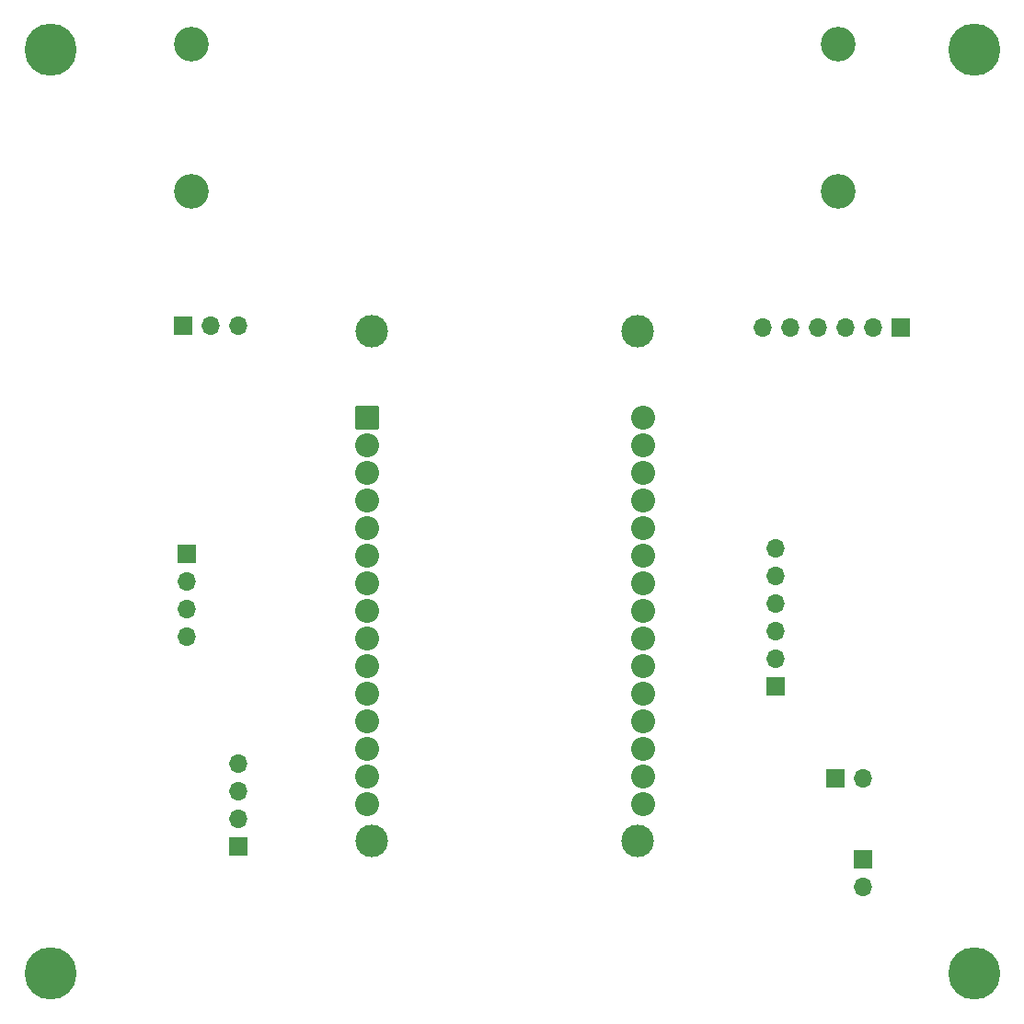
<source format=gbr>
%TF.GenerationSoftware,KiCad,Pcbnew,8.0.1*%
%TF.CreationDate,2024-04-16T10:16:22-05:00*%
%TF.ProjectId,DAQ-Bicineta,4441512d-4269-4636-996e-6574612e6b69,rev?*%
%TF.SameCoordinates,Original*%
%TF.FileFunction,Soldermask,Bot*%
%TF.FilePolarity,Negative*%
%FSLAX46Y46*%
G04 Gerber Fmt 4.6, Leading zero omitted, Abs format (unit mm)*
G04 Created by KiCad (PCBNEW 8.0.1) date 2024-04-16 10:16:22*
%MOMM*%
%LPD*%
G01*
G04 APERTURE LIST*
G04 Aperture macros list*
%AMRoundRect*
0 Rectangle with rounded corners*
0 $1 Rounding radius*
0 $2 $3 $4 $5 $6 $7 $8 $9 X,Y pos of 4 corners*
0 Add a 4 corners polygon primitive as box body*
4,1,4,$2,$3,$4,$5,$6,$7,$8,$9,$2,$3,0*
0 Add four circle primitives for the rounded corners*
1,1,$1+$1,$2,$3*
1,1,$1+$1,$4,$5*
1,1,$1+$1,$6,$7*
1,1,$1+$1,$8,$9*
0 Add four rect primitives between the rounded corners*
20,1,$1+$1,$2,$3,$4,$5,0*
20,1,$1+$1,$4,$5,$6,$7,0*
20,1,$1+$1,$6,$7,$8,$9,0*
20,1,$1+$1,$8,$9,$2,$3,0*%
G04 Aperture macros list end*
%ADD10R,1.700000X1.700000*%
%ADD11O,1.700000X1.700000*%
%ADD12C,4.800000*%
%ADD13C,3.200000*%
%ADD14C,3.000000*%
%ADD15RoundRect,0.102000X-1.000000X-1.000000X1.000000X-1.000000X1.000000X1.000000X-1.000000X1.000000X0*%
%ADD16C,2.204000*%
G04 APERTURE END LIST*
D10*
%TO.C,R-150k*%
X179710000Y-124500000D03*
D11*
X182250000Y-124500000D03*
%TD*%
D10*
%TO.C,T-D500*%
X182260000Y-131960000D03*
D11*
X182260000Y-134500000D03*
%TD*%
D12*
%TO.C,H3*%
X107500000Y-142500000D03*
%TD*%
%TO.C,H1*%
X107500000Y-57500000D03*
%TD*%
%TO.C,H4*%
X192500000Y-142500000D03*
%TD*%
D10*
%TO.C,MicroSD1*%
X174230000Y-116055000D03*
D11*
X174230000Y-113515000D03*
X174230000Y-110975000D03*
X174230000Y-108435000D03*
X174230000Y-105895000D03*
X174230000Y-103355000D03*
%TD*%
D10*
%TO.C,GPS1*%
X124775000Y-130780000D03*
D11*
X124775000Y-128240000D03*
X124775000Y-125700000D03*
X124775000Y-123160000D03*
%TD*%
D10*
%TO.C,ACS712*%
X119725000Y-82880000D03*
D11*
X122265000Y-82880000D03*
X124805000Y-82880000D03*
%TD*%
D13*
%TO.C,REF\u002A\u002A*%
X120500000Y-57000000D03*
%TD*%
%TO.C,REF\u002A\u002A*%
X180000000Y-70500000D03*
%TD*%
D10*
%TO.C,KY-24*%
X120000000Y-103880000D03*
D11*
X120000000Y-106420000D03*
X120000000Y-108960000D03*
X120000000Y-111500000D03*
%TD*%
D10*
%TO.C,PowerModule1*%
X185725000Y-83025000D03*
D11*
X183185000Y-83025000D03*
X180645000Y-83025000D03*
X178105000Y-83025000D03*
X175565000Y-83025000D03*
X173025000Y-83025000D03*
%TD*%
D13*
%TO.C,REF\u002A\u002A*%
X120500000Y-70500000D03*
%TD*%
D12*
%TO.C,H2*%
X192500000Y-57500000D03*
%TD*%
D14*
%TO.C,U3*%
X137020000Y-83380000D03*
X137020000Y-130330000D03*
X161530000Y-83380000D03*
X161530000Y-130330000D03*
D15*
X136600000Y-91340000D03*
D16*
X136600000Y-93880000D03*
X136600000Y-96420000D03*
X136600000Y-98960000D03*
X136600000Y-101500000D03*
X136600000Y-104040000D03*
X136600000Y-106580000D03*
X136600000Y-109120000D03*
X136600000Y-111660000D03*
X136600000Y-114200000D03*
X136600000Y-116740000D03*
X136600000Y-119280000D03*
X136600000Y-121820000D03*
X136600000Y-124360000D03*
X136600000Y-126900000D03*
X162000000Y-126900000D03*
X162000000Y-124360000D03*
X162000000Y-121820000D03*
X162000000Y-119280000D03*
X162000000Y-116740000D03*
X162000000Y-114200000D03*
X162000000Y-111660000D03*
X162000000Y-109120000D03*
X162000000Y-106580000D03*
X162000000Y-104040000D03*
X162000000Y-101500000D03*
X162000000Y-98960000D03*
X162000000Y-96420000D03*
X162000000Y-93880000D03*
X162000000Y-91340000D03*
%TD*%
D13*
%TO.C,REF\u002A\u002A*%
X180000000Y-57000000D03*
%TD*%
M02*

</source>
